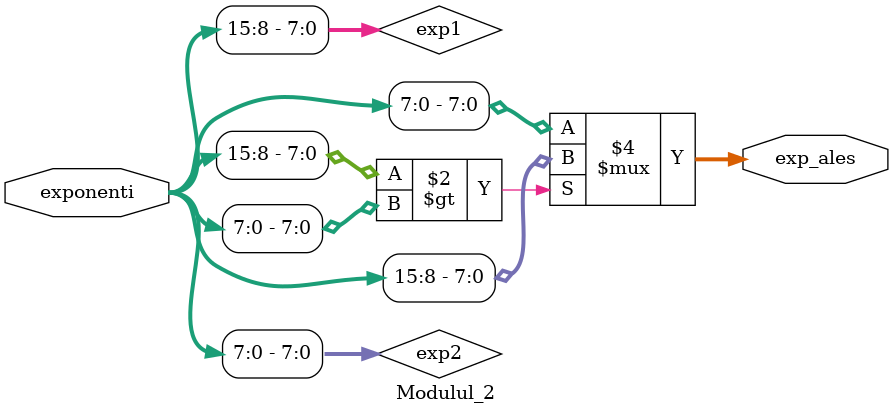
<source format=v>
`timescale 1ns / 1ps


module Modulul_2(
    input [15:0] exponenti,
    output reg [7:0] exp_ales
    );
    
    reg [7:0] exp1;
    reg [7:0] exp2;
    
    always @ (exponenti) begin
    
        exp2 = exponenti[7:0];
        exp1 = exponenti [15:8];
    
        if (exp1 > exp2)
            exp_ales = exp1;
        else
            exp_ales = exp2;
    end
    
endmodule

</source>
